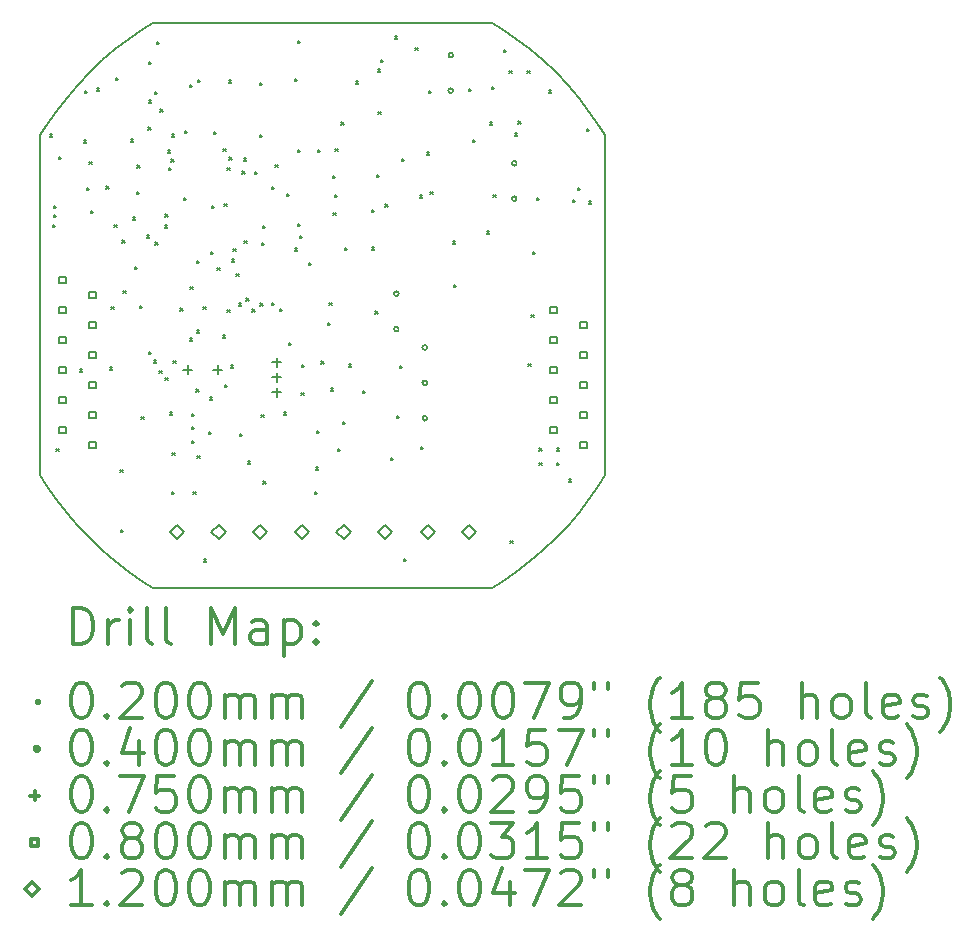
<source format=gbr>
%FSLAX45Y45*%
G04 Gerber Fmt 4.5, Leading zero omitted, Abs format (unit mm)*
G04 Created by KiCad (PCBNEW 5.1.12) date 2022-08-14 20:08:38*
%MOMM*%
%LPD*%
G01*
G04 APERTURE LIST*
%TA.AperFunction,Profile*%
%ADD10C,0.200000*%
%TD*%
%ADD11C,0.200000*%
%ADD12C,0.300000*%
G04 APERTURE END LIST*
D10*
X4781156Y954150D02*
X4781156Y3829690D01*
X4731046Y3911462D02*
X4648316Y4031840D01*
X953386Y1920D02*
X3828926Y1920D01*
X51266Y872380D02*
X134000Y752000D01*
X4031076Y4649076D02*
X3910696Y4731810D01*
X4731046Y872380D02*
X4781156Y954150D01*
X4781156Y3829690D02*
X4731046Y3911462D01*
X222920Y4147723D02*
X134000Y4031840D01*
X51266Y3911462D02*
X1157Y3829690D01*
X317783Y4258793D02*
X222920Y4147723D01*
X871614Y52030D02*
X953386Y1920D01*
X751236Y4649076D02*
X635353Y4560156D01*
X4258026Y4465293D02*
X4146956Y4560156D01*
X524283Y318550D02*
X635353Y223680D01*
X4648316Y4031840D02*
X4559396Y4147723D01*
X222920Y636120D02*
X317783Y525050D01*
X4031076Y134760D02*
X4146956Y223680D01*
X635353Y4560156D02*
X524283Y4465293D01*
X4146956Y4560156D02*
X4031076Y4649076D01*
X3828926Y1920D02*
X3910696Y52030D01*
X751236Y134760D02*
X871614Y52030D01*
X4559396Y4147723D02*
X4464526Y4258793D01*
X4648316Y752000D02*
X4731046Y872380D01*
X317783Y525050D02*
X418329Y419090D01*
X134000Y4031840D02*
X51266Y3911462D01*
X418329Y4364747D02*
X317783Y4258793D01*
X4464526Y4258793D02*
X4363986Y4364747D01*
X3910696Y52030D02*
X4031076Y134760D01*
X4464526Y525050D02*
X4559396Y636120D01*
X4146956Y223680D02*
X4258026Y318550D01*
X418329Y419090D02*
X524283Y318550D01*
X871614Y4731810D02*
X751236Y4649076D01*
X4363986Y419090D02*
X4464526Y525050D01*
X4258026Y318550D02*
X4363986Y419090D01*
X1157Y954150D02*
X51266Y872380D01*
X4363986Y4364747D02*
X4258026Y4465293D01*
X4559396Y636120D02*
X4648316Y752000D01*
X524283Y4465293D02*
X418329Y4364747D01*
X3910696Y4731810D02*
X3828926Y4781919D01*
X635353Y223680D02*
X751236Y134760D01*
X3828926Y4781919D02*
X953386Y4781919D01*
X1157Y3829690D02*
X1157Y954150D01*
X953386Y4781919D02*
X871614Y4731810D01*
X134000Y752000D02*
X222920Y636120D01*
D11*
X80170Y3839050D02*
X100170Y3819050D01*
X100170Y3839050D02*
X80170Y3819050D01*
X104300Y3070700D02*
X124300Y3050700D01*
X124300Y3070700D02*
X104300Y3050700D01*
X117000Y3235800D02*
X137000Y3215800D01*
X137000Y3235800D02*
X117000Y3215800D01*
X117000Y3159600D02*
X137000Y3139600D01*
X137000Y3159600D02*
X117000Y3139600D01*
X136050Y1174590D02*
X156050Y1154590D01*
X156050Y1174590D02*
X136050Y1154590D01*
X158910Y3649820D02*
X178910Y3629820D01*
X178910Y3649820D02*
X158910Y3629820D01*
X336710Y1850230D02*
X356710Y1830230D01*
X356710Y1850230D02*
X336710Y1830230D01*
X369730Y3788250D02*
X389730Y3768250D01*
X389730Y3788250D02*
X369730Y3768250D01*
X379890Y4207350D02*
X399890Y4187350D01*
X399890Y4207350D02*
X379890Y4187350D01*
X396400Y3388200D02*
X416400Y3368200D01*
X416400Y3388200D02*
X396400Y3368200D01*
X416720Y3604100D02*
X436720Y3584100D01*
X436720Y3604100D02*
X416720Y3584100D01*
X429420Y3192620D02*
X449420Y3172620D01*
X449420Y3192620D02*
X429420Y3172620D01*
X476704Y4229916D02*
X496704Y4209916D01*
X496704Y4229916D02*
X476704Y4209916D01*
X558960Y3399630D02*
X578960Y3379630D01*
X578960Y3399630D02*
X558960Y3379630D01*
X586900Y1866740D02*
X606900Y1846740D01*
X606900Y1866740D02*
X586900Y1846740D01*
X603410Y2378502D02*
X623410Y2358502D01*
X623410Y2378502D02*
X603410Y2358502D01*
X626270Y3073240D02*
X646270Y3053240D01*
X646270Y3073240D02*
X626270Y3053240D01*
X637700Y4315300D02*
X657700Y4295300D01*
X657700Y4315300D02*
X637700Y4295300D01*
X679610Y999330D02*
X699610Y979330D01*
X699610Y999330D02*
X679610Y979330D01*
X682150Y490060D02*
X702150Y470060D01*
X702150Y490060D02*
X682150Y470060D01*
X694850Y2942430D02*
X714850Y2922430D01*
X714850Y2942430D02*
X694850Y2922430D01*
X705010Y2515710D02*
X725010Y2495710D01*
X725010Y2515710D02*
X705010Y2495710D01*
X764700Y3797140D02*
X784700Y3777140D01*
X784700Y3797140D02*
X764700Y3777140D01*
X783750Y3135470D02*
X803750Y3115470D01*
X803750Y3135470D02*
X783750Y3115470D01*
X802800Y2715100D02*
X822800Y2695100D01*
X822800Y2715100D02*
X802800Y2695100D01*
X819310Y3351370D02*
X839310Y3331370D01*
X839310Y3351370D02*
X819310Y3331370D01*
X823120Y3577430D02*
X843120Y3557430D01*
X843120Y3577430D02*
X823120Y3557430D01*
X844710Y2386170D02*
X864710Y2366170D01*
X864710Y2386170D02*
X844710Y2366170D01*
X854870Y1448910D02*
X874870Y1428910D01*
X874870Y1448910D02*
X854870Y1428910D01*
X901860Y2984340D02*
X921860Y2964340D01*
X921860Y2984340D02*
X901860Y2964340D01*
X915830Y3900010D02*
X935830Y3880010D01*
X935830Y3900010D02*
X915830Y3880010D01*
X917100Y4455000D02*
X937100Y4435000D01*
X937100Y4455000D02*
X917100Y4435000D01*
X917100Y4126070D02*
X937100Y4106070D01*
X937100Y4126070D02*
X917100Y4106070D01*
X918370Y1996280D02*
X938370Y1976280D01*
X938370Y1996280D02*
X918370Y1976280D01*
X960280Y1925160D02*
X980280Y1905160D01*
X980280Y1925160D02*
X960280Y1905160D01*
X967900Y4201000D02*
X987900Y4181000D01*
X987900Y4201000D02*
X967900Y4181000D01*
X974250Y2925920D02*
X994250Y2905920D01*
X994250Y2925920D02*
X974250Y2905920D01*
X988220Y4625180D02*
X1008220Y4605180D01*
X1008220Y4625180D02*
X988220Y4605180D01*
X1006839Y1835946D02*
X1026839Y1815946D01*
X1026839Y1835946D02*
X1006839Y1815946D01*
X1017861Y4052135D02*
X1037861Y4032135D01*
X1037861Y4052135D02*
X1017861Y4032135D01*
X1057279Y3069108D02*
X1077279Y3049108D01*
X1077279Y3069108D02*
X1057279Y3049108D01*
X1058070Y3160870D02*
X1078070Y3140870D01*
X1078070Y3160870D02*
X1058070Y3140870D01*
X1059340Y1775300D02*
X1079340Y1755300D01*
X1079340Y1775300D02*
X1059340Y1755300D01*
X1081343Y3703064D02*
X1101343Y3683064D01*
X1101343Y3703064D02*
X1081343Y3683064D01*
X1087280Y3558380D02*
X1107280Y3538380D01*
X1107280Y3558380D02*
X1087280Y3538380D01*
X1097948Y1485560D02*
X1117948Y1465560D01*
X1117948Y1485560D02*
X1097948Y1465560D01*
X1110396Y3627391D02*
X1130396Y3607391D01*
X1130396Y3627391D02*
X1110396Y3607391D01*
X1115220Y810608D02*
X1135220Y790608D01*
X1135220Y810608D02*
X1115220Y790608D01*
X1116490Y3839050D02*
X1136490Y3819050D01*
X1136490Y3839050D02*
X1116490Y3819050D01*
X1117760Y1143348D02*
X1137760Y1123348D01*
X1137760Y1143348D02*
X1117760Y1123348D01*
X1126650Y1922620D02*
X1146650Y1902620D01*
X1146650Y1922620D02*
X1126650Y1902620D01*
X1187610Y2365850D02*
X1207610Y2345850D01*
X1207610Y2365850D02*
X1187610Y2345850D01*
X1217163Y3301409D02*
X1237163Y3281409D01*
X1237163Y3301409D02*
X1217163Y3281409D01*
X1225710Y3870800D02*
X1245710Y3850800D01*
X1245710Y3870800D02*
X1225710Y3850800D01*
X1266350Y2113120D02*
X1286350Y2093120D01*
X1286350Y2113120D02*
X1266350Y2093120D01*
X1267620Y4256880D02*
X1287620Y4236880D01*
X1287620Y4256880D02*
X1267620Y4236880D01*
X1271684Y2546952D02*
X1291684Y2526952D01*
X1291684Y2546952D02*
X1271684Y2526952D01*
X1283876Y1361280D02*
X1303876Y1341280D01*
X1303876Y1361280D02*
X1283876Y1341280D01*
X1283876Y1246980D02*
X1303876Y1226980D01*
X1303876Y1246980D02*
X1283876Y1226980D01*
X1285400Y1470500D02*
X1305400Y1450500D01*
X1305400Y1470500D02*
X1285400Y1450500D01*
X1296576Y814672D02*
X1316576Y794672D01*
X1316576Y814672D02*
X1296576Y794672D01*
X1320960Y1681320D02*
X1340960Y1661320D01*
X1340960Y1681320D02*
X1320960Y1661320D01*
X1324516Y2769456D02*
X1344516Y2749456D01*
X1344516Y2769456D02*
X1324516Y2749456D01*
X1328149Y2179851D02*
X1348149Y2159851D01*
X1348149Y2179851D02*
X1328149Y2159851D01*
X1330033Y1117262D02*
X1350033Y1097262D01*
X1350033Y1117262D02*
X1330033Y1097262D01*
X1336200Y4302600D02*
X1356200Y4282600D01*
X1356200Y4302600D02*
X1336200Y4282600D01*
X1380650Y2378550D02*
X1400650Y2358550D01*
X1400650Y2378550D02*
X1380650Y2358550D01*
X1385730Y239870D02*
X1405730Y219870D01*
X1405730Y239870D02*
X1385730Y219870D01*
X1428148Y1321656D02*
X1448148Y1301656D01*
X1448148Y1321656D02*
X1428148Y1301656D01*
X1436530Y1611470D02*
X1456530Y1591470D01*
X1456530Y1611470D02*
X1436530Y1591470D01*
X1444150Y2842100D02*
X1464150Y2822100D01*
X1464150Y2842100D02*
X1444150Y2822100D01*
X1452387Y3235598D02*
X1472387Y3215598D01*
X1472387Y3235598D02*
X1452387Y3215598D01*
X1469550Y3859370D02*
X1489550Y3839370D01*
X1489550Y3859370D02*
X1469550Y3839370D01*
X1500869Y2709767D02*
X1520869Y2689767D01*
X1520869Y2709767D02*
X1500869Y2689767D01*
X1547020Y2138520D02*
X1567020Y2118520D01*
X1567020Y2138520D02*
X1547020Y2118520D01*
X1550830Y3718400D02*
X1570830Y3698400D01*
X1570830Y3718400D02*
X1550830Y3698400D01*
X1557388Y3253215D02*
X1577388Y3233215D01*
X1577388Y3253215D02*
X1557388Y3233215D01*
X1565244Y1718129D02*
X1585244Y1698129D01*
X1585244Y1718129D02*
X1565244Y1698129D01*
X1582580Y3553300D02*
X1602580Y3533300D01*
X1602580Y3553300D02*
X1582580Y3533300D01*
X1585120Y2351880D02*
X1605120Y2331880D01*
X1605120Y2351880D02*
X1585120Y2331880D01*
X1596550Y4297520D02*
X1616550Y4277520D01*
X1616550Y4297520D02*
X1596550Y4277520D01*
X1600360Y3646010D02*
X1620360Y3626010D01*
X1620360Y3646010D02*
X1600360Y3626010D01*
X1615600Y1883250D02*
X1635600Y1863250D01*
X1635600Y1883250D02*
X1615600Y1863250D01*
X1623220Y2782410D02*
X1643220Y2762410D01*
X1643220Y2782410D02*
X1623220Y2762410D01*
X1635081Y2869861D02*
X1655081Y2849861D01*
X1655081Y2869861D02*
X1635081Y2849861D01*
X1660923Y2657245D02*
X1680923Y2637245D01*
X1680923Y2657245D02*
X1660923Y2637245D01*
X1681855Y2407434D02*
X1701855Y2387434D01*
X1701855Y2407434D02*
X1681855Y2387434D01*
X1689768Y1301336D02*
X1709768Y1281336D01*
X1709768Y1301336D02*
X1689768Y1281336D01*
X1711912Y3526059D02*
X1731912Y3506059D01*
X1731912Y3526059D02*
X1711912Y3506059D01*
X1724820Y3635850D02*
X1744820Y3615850D01*
X1744820Y3635850D02*
X1724820Y3615850D01*
X1727583Y2938805D02*
X1747583Y2918805D01*
X1747583Y2938805D02*
X1727583Y2918805D01*
X1744449Y2450250D02*
X1764449Y2430250D01*
X1764449Y2450250D02*
X1744449Y2430250D01*
X1755300Y1072228D02*
X1775300Y1052228D01*
X1775300Y1072228D02*
X1755300Y1052228D01*
X1795940Y2356960D02*
X1815940Y2336960D01*
X1815940Y2356960D02*
X1795940Y2336960D01*
X1816913Y3520788D02*
X1836913Y3500788D01*
X1836913Y3520788D02*
X1816913Y3500788D01*
X1856900Y4275930D02*
X1876900Y4255930D01*
X1876900Y4275930D02*
X1856900Y4255930D01*
X1856900Y3832700D02*
X1876900Y3812700D01*
X1876900Y3832700D02*
X1856900Y3812700D01*
X1864145Y2409405D02*
X1884145Y2389405D01*
X1884145Y2409405D02*
X1864145Y2389405D01*
X1873410Y1462880D02*
X1893410Y1442880D01*
X1893410Y1462880D02*
X1873410Y1442880D01*
X1877220Y2923380D02*
X1897220Y2903380D01*
X1897220Y2923380D02*
X1877220Y2903380D01*
X1884840Y3064350D02*
X1904840Y3044350D01*
X1904840Y3064350D02*
X1884840Y3044350D01*
X1889920Y901540D02*
X1909920Y881540D01*
X1909920Y901540D02*
X1889920Y881540D01*
X1959770Y2415380D02*
X1979770Y2395380D01*
X1979770Y2415380D02*
X1959770Y2395380D01*
X1960796Y3395977D02*
X1980796Y3375977D01*
X1980796Y3395977D02*
X1960796Y3375977D01*
X1989411Y3579970D02*
X2009411Y3559970D01*
X2009411Y3579970D02*
X1989411Y3559970D01*
X2029828Y2363310D02*
X2049828Y2343310D01*
X2049828Y2363310D02*
X2029828Y2343310D01*
X2062640Y1485740D02*
X2082640Y1465740D01*
X2082640Y1485740D02*
X2062640Y1465740D01*
X2088040Y3333590D02*
X2108040Y3313590D01*
X2108040Y3333590D02*
X2088040Y3313590D01*
X2104168Y2072780D02*
X2124168Y2052780D01*
X2124168Y2072780D02*
X2104168Y2052780D01*
X2156605Y2874422D02*
X2176605Y2854422D01*
X2176605Y2874422D02*
X2156605Y2854422D01*
X2156620Y4311490D02*
X2176620Y4291490D01*
X2176620Y4311490D02*
X2156620Y4291490D01*
X2180750Y4628990D02*
X2200750Y4608990D01*
X2200750Y4628990D02*
X2180750Y4608990D01*
X2180750Y3705700D02*
X2200750Y3685700D01*
X2200750Y3705700D02*
X2180750Y3685700D01*
X2183290Y3083400D02*
X2203290Y3063400D01*
X2203290Y3083400D02*
X2183290Y3063400D01*
X2198530Y2981800D02*
X2218530Y2961800D01*
X2218530Y2981800D02*
X2198530Y2961800D01*
X2209960Y1651348D02*
X2229960Y1631348D01*
X2229960Y1651348D02*
X2209960Y1631348D01*
X2217072Y1889600D02*
X2237072Y1869600D01*
X2237072Y1889600D02*
X2217072Y1869600D01*
X2273460Y2753200D02*
X2293460Y2733200D01*
X2293460Y2753200D02*
X2273460Y2733200D01*
X2326800Y811370D02*
X2346800Y791370D01*
X2346800Y811370D02*
X2326800Y791370D01*
X2333912Y1019904D02*
X2353912Y999904D01*
X2353912Y1019904D02*
X2333912Y999904D01*
X2340008Y1327244D02*
X2360008Y1307244D01*
X2360008Y1327244D02*
X2340008Y1307244D01*
X2350930Y3706970D02*
X2370930Y3686970D01*
X2370930Y3706970D02*
X2350930Y3686970D01*
X2380140Y1919064D02*
X2400140Y1899064D01*
X2400140Y1919064D02*
X2380140Y1899064D01*
X2434750Y2243930D02*
X2454750Y2223930D01*
X2454750Y2243930D02*
X2434750Y2223930D01*
X2448212Y2410300D02*
X2468212Y2390300D01*
X2468212Y2410300D02*
X2448212Y2390300D01*
X2458372Y1687416D02*
X2478372Y1667416D01*
X2478372Y1687416D02*
X2458372Y1667416D01*
X2479200Y3489800D02*
X2499200Y3469800D01*
X2499200Y3489800D02*
X2479200Y3469800D01*
X2481951Y3172252D02*
X2501951Y3152252D01*
X2501951Y3172252D02*
X2481951Y3152252D01*
X2491900Y3328510D02*
X2511900Y3308510D01*
X2511900Y3328510D02*
X2491900Y3308510D01*
X2498250Y3718400D02*
X2518250Y3698400D01*
X2518250Y3718400D02*
X2498250Y3698400D01*
X2520348Y1176876D02*
X2540348Y1156876D01*
X2540348Y1176876D02*
X2520348Y1156876D01*
X2550320Y3940650D02*
X2570320Y3920650D01*
X2570320Y3940650D02*
X2550320Y3920650D01*
X2560040Y1402690D02*
X2580040Y1382690D01*
X2580040Y1402690D02*
X2560040Y1382690D01*
X2580800Y2880200D02*
X2600800Y2860200D01*
X2600800Y2880200D02*
X2580800Y2860200D01*
X2611788Y1892648D02*
X2631788Y1872648D01*
X2631788Y1892648D02*
X2611788Y1872648D01*
X2669700Y4287360D02*
X2689700Y4267360D01*
X2689700Y4287360D02*
X2669700Y4267360D01*
X2729136Y1669636D02*
X2749136Y1649636D01*
X2749136Y1669636D02*
X2729136Y1649636D01*
X2809400Y2883756D02*
X2829400Y2863756D01*
X2829400Y2883756D02*
X2809400Y2863756D01*
X2809908Y3201764D02*
X2829908Y3181764D01*
X2829908Y3201764D02*
X2809908Y3181764D01*
X2837340Y2340450D02*
X2857340Y2320450D01*
X2857340Y2340450D02*
X2837340Y2320450D01*
X2850959Y3497730D02*
X2870959Y3477730D01*
X2870959Y3497730D02*
X2850959Y3477730D01*
X2860200Y4388960D02*
X2880200Y4368960D01*
X2880200Y4388960D02*
X2860200Y4368960D01*
X2862740Y4029550D02*
X2882740Y4009550D01*
X2882740Y4029550D02*
X2862740Y4009550D01*
X2883060Y4470240D02*
X2903060Y4450240D01*
X2903060Y4470240D02*
X2883060Y4450240D01*
X2921160Y3247992D02*
X2941160Y3227992D01*
X2941160Y3247992D02*
X2921160Y3227992D01*
X2968150Y1098390D02*
X2988150Y1078390D01*
X2988150Y1098390D02*
X2968150Y1078390D01*
X3003710Y4668360D02*
X3023710Y4648360D01*
X3023710Y4668360D02*
X3003710Y4648360D01*
X3017517Y1454655D02*
X3037517Y1434655D01*
X3037517Y1454655D02*
X3017517Y1434655D01*
X3044096Y1876900D02*
X3064096Y1856900D01*
X3064096Y1876900D02*
X3044096Y1856900D01*
X3063400Y3629500D02*
X3083400Y3609500D01*
X3083400Y3629500D02*
X3063400Y3609500D01*
X3076100Y246220D02*
X3096100Y226220D01*
X3096100Y246220D02*
X3076100Y226220D01*
X3176684Y4572856D02*
X3196684Y4552856D01*
X3196684Y4572856D02*
X3176684Y4552856D01*
X3212244Y3321652D02*
X3232244Y3301652D01*
X3232244Y3321652D02*
X3212244Y3301652D01*
X3224690Y1196180D02*
X3244690Y1176180D01*
X3244690Y1196180D02*
X3224690Y1176180D01*
X3274220Y3687920D02*
X3294220Y3667920D01*
X3294220Y3687920D02*
X3274220Y3667920D01*
X3290730Y4208620D02*
X3310730Y4188620D01*
X3310730Y4208620D02*
X3290730Y4188620D01*
X3303430Y3355180D02*
X3323430Y3335180D01*
X3323430Y3355180D02*
X3303430Y3335180D01*
X3494184Y2933032D02*
X3514184Y2913032D01*
X3514184Y2933032D02*
X3494184Y2913032D01*
X3501550Y2566510D02*
X3521550Y2546510D01*
X3521550Y2566510D02*
X3501550Y2546510D01*
X3629820Y4225130D02*
X3649820Y4205130D01*
X3649820Y4225130D02*
X3629820Y4205130D01*
X3662840Y3793330D02*
X3682840Y3773330D01*
X3682840Y3793330D02*
X3662840Y3773330D01*
X3783059Y3018884D02*
X3803059Y2998884D01*
X3803059Y3018884D02*
X3783059Y2998884D01*
X3805334Y3941158D02*
X3825334Y3921158D01*
X3825334Y3941158D02*
X3805334Y3921158D01*
X3821590Y4239100D02*
X3841590Y4219100D01*
X3841590Y4239100D02*
X3821590Y4219100D01*
X3835560Y3324700D02*
X3855560Y3304700D01*
X3855560Y3324700D02*
X3835560Y3304700D01*
X3923190Y4556600D02*
X3943190Y4536600D01*
X3943190Y4556600D02*
X3923190Y4536600D01*
X3971450Y4377530D02*
X3991450Y4357530D01*
X3991450Y4377530D02*
X3971450Y4357530D01*
X3981610Y398620D02*
X4001610Y378620D01*
X4001610Y398620D02*
X3981610Y378620D01*
X4019483Y3848310D02*
X4039483Y3828310D01*
X4039483Y3848310D02*
X4019483Y3828310D01*
X4048920Y3950810D02*
X4068920Y3930810D01*
X4068920Y3950810D02*
X4048920Y3930810D01*
X4125120Y4374990D02*
X4145120Y4354990D01*
X4145120Y4374990D02*
X4125120Y4354990D01*
X4132232Y1894680D02*
X4152232Y1874680D01*
X4152232Y1894680D02*
X4132232Y1874680D01*
X4158648Y2311748D02*
X4178648Y2291748D01*
X4178648Y2311748D02*
X4158648Y2291748D01*
X4169570Y2842100D02*
X4189570Y2822100D01*
X4189570Y2842100D02*
X4169570Y2822100D01*
X4206400Y3299300D02*
X4226400Y3279300D01*
X4226400Y3299300D02*
X4206400Y3279300D01*
X4225196Y1179924D02*
X4245196Y1159924D01*
X4245196Y1179924D02*
X4225196Y1159924D01*
X4226720Y1056480D02*
X4246720Y1036480D01*
X4246720Y1056480D02*
X4226720Y1036480D01*
X4308000Y4211160D02*
X4328000Y4191160D01*
X4328000Y4211160D02*
X4308000Y4191160D01*
X4372770Y1056480D02*
X4392770Y1036480D01*
X4392770Y1056480D02*
X4372770Y1036480D01*
X4374040Y1182210D02*
X4394040Y1162210D01*
X4394040Y1182210D02*
X4374040Y1162210D01*
X4476910Y919320D02*
X4496910Y899320D01*
X4496910Y919320D02*
X4476910Y899320D01*
X4511200Y3286600D02*
X4531200Y3266600D01*
X4531200Y3286600D02*
X4511200Y3266600D01*
X4549300Y3388200D02*
X4569300Y3368200D01*
X4569300Y3388200D02*
X4549300Y3368200D01*
X4626770Y3887310D02*
X4646770Y3867310D01*
X4646770Y3887310D02*
X4626770Y3867310D01*
X4647090Y3272630D02*
X4667090Y3252630D01*
X4667090Y3272630D02*
X4647090Y3252630D01*
X3034980Y2490610D02*
G75*
G03*
X3034980Y2490610I-20000J0D01*
G01*
X3034980Y2190610D02*
G75*
G03*
X3034980Y2190610I-20000J0D01*
G01*
X3275010Y2034680D02*
G75*
G03*
X3275010Y2034680I-20000J0D01*
G01*
X3275010Y1734680D02*
G75*
G03*
X3275010Y1734680I-20000J0D01*
G01*
X3276280Y1734960D02*
G75*
G03*
X3276280Y1734960I-20000J0D01*
G01*
X3276280Y1434960D02*
G75*
G03*
X3276280Y1434960I-20000J0D01*
G01*
X3496244Y4509148D02*
G75*
G03*
X3496244Y4509148I-20000J0D01*
G01*
X3496244Y4209148D02*
G75*
G03*
X3496244Y4209148I-20000J0D01*
G01*
X4033200Y3594240D02*
G75*
G03*
X4033200Y3594240I-20000J0D01*
G01*
X4033200Y3294240D02*
G75*
G03*
X4033200Y3294240I-20000J0D01*
G01*
X1249680Y1882810D02*
X1249680Y1807810D01*
X1212180Y1845310D02*
X1287180Y1845310D01*
X1503680Y1882810D02*
X1503680Y1807810D01*
X1466180Y1845310D02*
X1541180Y1845310D01*
X2002790Y1947580D02*
X2002790Y1872580D01*
X1965290Y1910080D02*
X2040290Y1910080D01*
X2002790Y1820580D02*
X2002790Y1745580D01*
X1965290Y1783080D02*
X2040290Y1783080D01*
X2002790Y1693580D02*
X2002790Y1618580D01*
X1965290Y1656080D02*
X2040290Y1656080D01*
X214284Y2578716D02*
X214284Y2635285D01*
X157716Y2635285D01*
X157716Y2578716D01*
X214284Y2578716D01*
X214284Y2324716D02*
X214284Y2381285D01*
X157716Y2381285D01*
X157716Y2324716D01*
X214284Y2324716D01*
X214284Y2070715D02*
X214284Y2127285D01*
X157716Y2127285D01*
X157716Y2070715D01*
X214284Y2070715D01*
X214284Y1816715D02*
X214284Y1873284D01*
X157716Y1873284D01*
X157716Y1816715D01*
X214284Y1816715D01*
X214284Y1562715D02*
X214284Y1619284D01*
X157716Y1619284D01*
X157716Y1562715D01*
X214284Y1562715D01*
X214284Y1308716D02*
X214284Y1365285D01*
X157716Y1365285D01*
X157716Y1308716D01*
X214284Y1308716D01*
X468284Y2451716D02*
X468284Y2508285D01*
X411715Y2508285D01*
X411715Y2451716D01*
X468284Y2451716D01*
X468284Y2197716D02*
X468284Y2254285D01*
X411715Y2254285D01*
X411715Y2197716D01*
X468284Y2197716D01*
X468284Y1943715D02*
X468284Y2000284D01*
X411715Y2000284D01*
X411715Y1943715D01*
X468284Y1943715D01*
X468284Y1689715D02*
X468284Y1746284D01*
X411715Y1746284D01*
X411715Y1689715D01*
X468284Y1689715D01*
X468284Y1435715D02*
X468284Y1492284D01*
X411715Y1492284D01*
X411715Y1435715D01*
X468284Y1435715D01*
X468284Y1181716D02*
X468284Y1238285D01*
X411715Y1238285D01*
X411715Y1181716D01*
X468284Y1181716D01*
X4374285Y2324716D02*
X4374285Y2381285D01*
X4317716Y2381285D01*
X4317716Y2324716D01*
X4374285Y2324716D01*
X4374285Y2070715D02*
X4374285Y2127285D01*
X4317716Y2127285D01*
X4317716Y2070715D01*
X4374285Y2070715D01*
X4374285Y1816715D02*
X4374285Y1873284D01*
X4317716Y1873284D01*
X4317716Y1816715D01*
X4374285Y1816715D01*
X4374285Y1562715D02*
X4374285Y1619284D01*
X4317716Y1619284D01*
X4317716Y1562715D01*
X4374285Y1562715D01*
X4374285Y1308716D02*
X4374285Y1365285D01*
X4317716Y1365285D01*
X4317716Y1308716D01*
X4374285Y1308716D01*
X4628285Y2197716D02*
X4628285Y2254285D01*
X4571716Y2254285D01*
X4571716Y2197716D01*
X4628285Y2197716D01*
X4628285Y1943715D02*
X4628285Y2000284D01*
X4571716Y2000284D01*
X4571716Y1943715D01*
X4628285Y1943715D01*
X4628285Y1689715D02*
X4628285Y1746284D01*
X4571716Y1746284D01*
X4571716Y1689715D01*
X4628285Y1689715D01*
X4628285Y1435715D02*
X4628285Y1492284D01*
X4571716Y1492284D01*
X4571716Y1435715D01*
X4628285Y1435715D01*
X4628285Y1181716D02*
X4628285Y1238285D01*
X4571716Y1238285D01*
X4571716Y1181716D01*
X4628285Y1181716D01*
X1160000Y411800D02*
X1220000Y471800D01*
X1160000Y531800D01*
X1100000Y471800D01*
X1160000Y411800D01*
X1510000Y411800D02*
X1570000Y471800D01*
X1510000Y531800D01*
X1450000Y471800D01*
X1510000Y411800D01*
X1860000Y411800D02*
X1920000Y471800D01*
X1860000Y531800D01*
X1800000Y471800D01*
X1860000Y411800D01*
X2218445Y411456D02*
X2278445Y471456D01*
X2218445Y531456D01*
X2158445Y471456D01*
X2218445Y411456D01*
X2568445Y411456D02*
X2628445Y471456D01*
X2568445Y531456D01*
X2508445Y471456D01*
X2568445Y411456D01*
X2918445Y411456D02*
X2978445Y471456D01*
X2918445Y531456D01*
X2858445Y471456D01*
X2918445Y411456D01*
X3280000Y410000D02*
X3340000Y470000D01*
X3280000Y530000D01*
X3220000Y470000D01*
X3280000Y410000D01*
X3630000Y410000D02*
X3690000Y470000D01*
X3630000Y530000D01*
X3570000Y470000D01*
X3630000Y410000D01*
D12*
X277585Y-473794D02*
X277585Y-173794D01*
X349014Y-173794D01*
X391871Y-188080D01*
X420442Y-216651D01*
X434728Y-245223D01*
X449014Y-302366D01*
X449014Y-345223D01*
X434728Y-402366D01*
X420442Y-430937D01*
X391871Y-459509D01*
X349014Y-473794D01*
X277585Y-473794D01*
X577585Y-473794D02*
X577585Y-273794D01*
X577585Y-330937D02*
X591871Y-302366D01*
X606157Y-288080D01*
X634728Y-273794D01*
X663299Y-273794D01*
X763299Y-473794D02*
X763299Y-273794D01*
X763299Y-173794D02*
X749014Y-188080D01*
X763299Y-202366D01*
X777585Y-188080D01*
X763299Y-173794D01*
X763299Y-202366D01*
X949014Y-473794D02*
X920442Y-459509D01*
X906156Y-430937D01*
X906156Y-173794D01*
X1106157Y-473794D02*
X1077585Y-459509D01*
X1063299Y-430937D01*
X1063299Y-173794D01*
X1449014Y-473794D02*
X1449014Y-173794D01*
X1549014Y-388080D01*
X1649014Y-173794D01*
X1649014Y-473794D01*
X1920442Y-473794D02*
X1920442Y-316652D01*
X1906156Y-288080D01*
X1877585Y-273794D01*
X1820442Y-273794D01*
X1791871Y-288080D01*
X1920442Y-459509D02*
X1891871Y-473794D01*
X1820442Y-473794D01*
X1791871Y-459509D01*
X1777585Y-430937D01*
X1777585Y-402366D01*
X1791871Y-373794D01*
X1820442Y-359509D01*
X1891871Y-359509D01*
X1920442Y-345223D01*
X2063299Y-273794D02*
X2063299Y-573794D01*
X2063299Y-288080D02*
X2091871Y-273794D01*
X2149014Y-273794D01*
X2177585Y-288080D01*
X2191871Y-302366D01*
X2206157Y-330937D01*
X2206157Y-416651D01*
X2191871Y-445223D01*
X2177585Y-459509D01*
X2149014Y-473794D01*
X2091871Y-473794D01*
X2063299Y-459509D01*
X2334728Y-445223D02*
X2349014Y-459509D01*
X2334728Y-473794D01*
X2320442Y-459509D01*
X2334728Y-445223D01*
X2334728Y-473794D01*
X2334728Y-288080D02*
X2349014Y-302366D01*
X2334728Y-316652D01*
X2320442Y-302366D01*
X2334728Y-288080D01*
X2334728Y-316652D01*
X-28843Y-958080D02*
X-8844Y-978080D01*
X-8844Y-958080D02*
X-28843Y-978080D01*
X334728Y-803794D02*
X363299Y-803794D01*
X391871Y-818080D01*
X406156Y-832366D01*
X420442Y-860937D01*
X434728Y-918080D01*
X434728Y-989509D01*
X420442Y-1046651D01*
X406156Y-1075223D01*
X391871Y-1089509D01*
X363299Y-1103794D01*
X334728Y-1103794D01*
X306157Y-1089509D01*
X291871Y-1075223D01*
X277585Y-1046651D01*
X263299Y-989509D01*
X263299Y-918080D01*
X277585Y-860937D01*
X291871Y-832366D01*
X306157Y-818080D01*
X334728Y-803794D01*
X563299Y-1075223D02*
X577585Y-1089509D01*
X563299Y-1103794D01*
X549014Y-1089509D01*
X563299Y-1075223D01*
X563299Y-1103794D01*
X691871Y-832366D02*
X706156Y-818080D01*
X734728Y-803794D01*
X806156Y-803794D01*
X834728Y-818080D01*
X849014Y-832366D01*
X863299Y-860937D01*
X863299Y-889509D01*
X849014Y-932366D01*
X677585Y-1103794D01*
X863299Y-1103794D01*
X1049014Y-803794D02*
X1077585Y-803794D01*
X1106157Y-818080D01*
X1120442Y-832366D01*
X1134728Y-860937D01*
X1149014Y-918080D01*
X1149014Y-989509D01*
X1134728Y-1046651D01*
X1120442Y-1075223D01*
X1106157Y-1089509D01*
X1077585Y-1103794D01*
X1049014Y-1103794D01*
X1020442Y-1089509D01*
X1006156Y-1075223D01*
X991871Y-1046651D01*
X977585Y-989509D01*
X977585Y-918080D01*
X991871Y-860937D01*
X1006156Y-832366D01*
X1020442Y-818080D01*
X1049014Y-803794D01*
X1334728Y-803794D02*
X1363299Y-803794D01*
X1391871Y-818080D01*
X1406156Y-832366D01*
X1420442Y-860937D01*
X1434728Y-918080D01*
X1434728Y-989509D01*
X1420442Y-1046651D01*
X1406156Y-1075223D01*
X1391871Y-1089509D01*
X1363299Y-1103794D01*
X1334728Y-1103794D01*
X1306157Y-1089509D01*
X1291871Y-1075223D01*
X1277585Y-1046651D01*
X1263299Y-989509D01*
X1263299Y-918080D01*
X1277585Y-860937D01*
X1291871Y-832366D01*
X1306157Y-818080D01*
X1334728Y-803794D01*
X1563299Y-1103794D02*
X1563299Y-903794D01*
X1563299Y-932366D02*
X1577585Y-918080D01*
X1606156Y-903794D01*
X1649014Y-903794D01*
X1677585Y-918080D01*
X1691871Y-946651D01*
X1691871Y-1103794D01*
X1691871Y-946651D02*
X1706156Y-918080D01*
X1734728Y-903794D01*
X1777585Y-903794D01*
X1806156Y-918080D01*
X1820442Y-946651D01*
X1820442Y-1103794D01*
X1963299Y-1103794D02*
X1963299Y-903794D01*
X1963299Y-932366D02*
X1977585Y-918080D01*
X2006156Y-903794D01*
X2049014Y-903794D01*
X2077585Y-918080D01*
X2091871Y-946651D01*
X2091871Y-1103794D01*
X2091871Y-946651D02*
X2106157Y-918080D01*
X2134728Y-903794D01*
X2177585Y-903794D01*
X2206157Y-918080D01*
X2220442Y-946651D01*
X2220442Y-1103794D01*
X2806156Y-789509D02*
X2549014Y-1175223D01*
X3191871Y-803794D02*
X3220442Y-803794D01*
X3249014Y-818080D01*
X3263299Y-832366D01*
X3277585Y-860937D01*
X3291871Y-918080D01*
X3291871Y-989509D01*
X3277585Y-1046651D01*
X3263299Y-1075223D01*
X3249014Y-1089509D01*
X3220442Y-1103794D01*
X3191871Y-1103794D01*
X3163299Y-1089509D01*
X3149014Y-1075223D01*
X3134728Y-1046651D01*
X3120442Y-989509D01*
X3120442Y-918080D01*
X3134728Y-860937D01*
X3149014Y-832366D01*
X3163299Y-818080D01*
X3191871Y-803794D01*
X3420442Y-1075223D02*
X3434728Y-1089509D01*
X3420442Y-1103794D01*
X3406156Y-1089509D01*
X3420442Y-1075223D01*
X3420442Y-1103794D01*
X3620442Y-803794D02*
X3649014Y-803794D01*
X3677585Y-818080D01*
X3691871Y-832366D01*
X3706156Y-860937D01*
X3720442Y-918080D01*
X3720442Y-989509D01*
X3706156Y-1046651D01*
X3691871Y-1075223D01*
X3677585Y-1089509D01*
X3649014Y-1103794D01*
X3620442Y-1103794D01*
X3591871Y-1089509D01*
X3577585Y-1075223D01*
X3563299Y-1046651D01*
X3549014Y-989509D01*
X3549014Y-918080D01*
X3563299Y-860937D01*
X3577585Y-832366D01*
X3591871Y-818080D01*
X3620442Y-803794D01*
X3906156Y-803794D02*
X3934728Y-803794D01*
X3963299Y-818080D01*
X3977585Y-832366D01*
X3991871Y-860937D01*
X4006156Y-918080D01*
X4006156Y-989509D01*
X3991871Y-1046651D01*
X3977585Y-1075223D01*
X3963299Y-1089509D01*
X3934728Y-1103794D01*
X3906156Y-1103794D01*
X3877585Y-1089509D01*
X3863299Y-1075223D01*
X3849014Y-1046651D01*
X3834728Y-989509D01*
X3834728Y-918080D01*
X3849014Y-860937D01*
X3863299Y-832366D01*
X3877585Y-818080D01*
X3906156Y-803794D01*
X4106156Y-803794D02*
X4306157Y-803794D01*
X4177585Y-1103794D01*
X4434728Y-1103794D02*
X4491871Y-1103794D01*
X4520442Y-1089509D01*
X4534728Y-1075223D01*
X4563299Y-1032366D01*
X4577585Y-975223D01*
X4577585Y-860937D01*
X4563299Y-832366D01*
X4549014Y-818080D01*
X4520442Y-803794D01*
X4463299Y-803794D01*
X4434728Y-818080D01*
X4420442Y-832366D01*
X4406157Y-860937D01*
X4406157Y-932366D01*
X4420442Y-960937D01*
X4434728Y-975223D01*
X4463299Y-989509D01*
X4520442Y-989509D01*
X4549014Y-975223D01*
X4563299Y-960937D01*
X4577585Y-932366D01*
X4691871Y-803794D02*
X4691871Y-860937D01*
X4806157Y-803794D02*
X4806157Y-860937D01*
X5249014Y-1218080D02*
X5234728Y-1203794D01*
X5206157Y-1160937D01*
X5191871Y-1132366D01*
X5177585Y-1089509D01*
X5163299Y-1018080D01*
X5163299Y-960937D01*
X5177585Y-889509D01*
X5191871Y-846651D01*
X5206157Y-818080D01*
X5234728Y-775223D01*
X5249014Y-760937D01*
X5520442Y-1103794D02*
X5349014Y-1103794D01*
X5434728Y-1103794D02*
X5434728Y-803794D01*
X5406157Y-846651D01*
X5377585Y-875223D01*
X5349014Y-889509D01*
X5691871Y-932366D02*
X5663299Y-918080D01*
X5649014Y-903794D01*
X5634728Y-875223D01*
X5634728Y-860937D01*
X5649014Y-832366D01*
X5663299Y-818080D01*
X5691871Y-803794D01*
X5749014Y-803794D01*
X5777585Y-818080D01*
X5791871Y-832366D01*
X5806156Y-860937D01*
X5806156Y-875223D01*
X5791871Y-903794D01*
X5777585Y-918080D01*
X5749014Y-932366D01*
X5691871Y-932366D01*
X5663299Y-946651D01*
X5649014Y-960937D01*
X5634728Y-989509D01*
X5634728Y-1046651D01*
X5649014Y-1075223D01*
X5663299Y-1089509D01*
X5691871Y-1103794D01*
X5749014Y-1103794D01*
X5777585Y-1089509D01*
X5791871Y-1075223D01*
X5806156Y-1046651D01*
X5806156Y-989509D01*
X5791871Y-960937D01*
X5777585Y-946651D01*
X5749014Y-932366D01*
X6077585Y-803794D02*
X5934728Y-803794D01*
X5920442Y-946651D01*
X5934728Y-932366D01*
X5963299Y-918080D01*
X6034728Y-918080D01*
X6063299Y-932366D01*
X6077585Y-946651D01*
X6091871Y-975223D01*
X6091871Y-1046651D01*
X6077585Y-1075223D01*
X6063299Y-1089509D01*
X6034728Y-1103794D01*
X5963299Y-1103794D01*
X5934728Y-1089509D01*
X5920442Y-1075223D01*
X6449014Y-1103794D02*
X6449014Y-803794D01*
X6577585Y-1103794D02*
X6577585Y-946651D01*
X6563299Y-918080D01*
X6534728Y-903794D01*
X6491871Y-903794D01*
X6463299Y-918080D01*
X6449014Y-932366D01*
X6763299Y-1103794D02*
X6734728Y-1089509D01*
X6720442Y-1075223D01*
X6706156Y-1046651D01*
X6706156Y-960937D01*
X6720442Y-932366D01*
X6734728Y-918080D01*
X6763299Y-903794D01*
X6806156Y-903794D01*
X6834728Y-918080D01*
X6849014Y-932366D01*
X6863299Y-960937D01*
X6863299Y-1046651D01*
X6849014Y-1075223D01*
X6834728Y-1089509D01*
X6806156Y-1103794D01*
X6763299Y-1103794D01*
X7034728Y-1103794D02*
X7006156Y-1089509D01*
X6991871Y-1060937D01*
X6991871Y-803794D01*
X7263299Y-1089509D02*
X7234728Y-1103794D01*
X7177585Y-1103794D01*
X7149014Y-1089509D01*
X7134728Y-1060937D01*
X7134728Y-946651D01*
X7149014Y-918080D01*
X7177585Y-903794D01*
X7234728Y-903794D01*
X7263299Y-918080D01*
X7277585Y-946651D01*
X7277585Y-975223D01*
X7134728Y-1003794D01*
X7391871Y-1089509D02*
X7420442Y-1103794D01*
X7477585Y-1103794D01*
X7506156Y-1089509D01*
X7520442Y-1060937D01*
X7520442Y-1046651D01*
X7506156Y-1018080D01*
X7477585Y-1003794D01*
X7434728Y-1003794D01*
X7406156Y-989509D01*
X7391871Y-960937D01*
X7391871Y-946651D01*
X7406156Y-918080D01*
X7434728Y-903794D01*
X7477585Y-903794D01*
X7506156Y-918080D01*
X7620442Y-1218080D02*
X7634728Y-1203794D01*
X7663299Y-1160937D01*
X7677585Y-1132366D01*
X7691871Y-1089509D01*
X7706156Y-1018080D01*
X7706156Y-960937D01*
X7691871Y-889509D01*
X7677585Y-846651D01*
X7663299Y-818080D01*
X7634728Y-775223D01*
X7620442Y-760937D01*
X-8844Y-1364080D02*
G75*
G03*
X-8844Y-1364080I-20000J0D01*
G01*
X334728Y-1199794D02*
X363299Y-1199794D01*
X391871Y-1214080D01*
X406156Y-1228366D01*
X420442Y-1256937D01*
X434728Y-1314080D01*
X434728Y-1385509D01*
X420442Y-1442651D01*
X406156Y-1471223D01*
X391871Y-1485509D01*
X363299Y-1499794D01*
X334728Y-1499794D01*
X306157Y-1485509D01*
X291871Y-1471223D01*
X277585Y-1442651D01*
X263299Y-1385509D01*
X263299Y-1314080D01*
X277585Y-1256937D01*
X291871Y-1228366D01*
X306157Y-1214080D01*
X334728Y-1199794D01*
X563299Y-1471223D02*
X577585Y-1485509D01*
X563299Y-1499794D01*
X549014Y-1485509D01*
X563299Y-1471223D01*
X563299Y-1499794D01*
X834728Y-1299794D02*
X834728Y-1499794D01*
X763299Y-1185509D02*
X691871Y-1399794D01*
X877585Y-1399794D01*
X1049014Y-1199794D02*
X1077585Y-1199794D01*
X1106157Y-1214080D01*
X1120442Y-1228366D01*
X1134728Y-1256937D01*
X1149014Y-1314080D01*
X1149014Y-1385509D01*
X1134728Y-1442651D01*
X1120442Y-1471223D01*
X1106157Y-1485509D01*
X1077585Y-1499794D01*
X1049014Y-1499794D01*
X1020442Y-1485509D01*
X1006156Y-1471223D01*
X991871Y-1442651D01*
X977585Y-1385509D01*
X977585Y-1314080D01*
X991871Y-1256937D01*
X1006156Y-1228366D01*
X1020442Y-1214080D01*
X1049014Y-1199794D01*
X1334728Y-1199794D02*
X1363299Y-1199794D01*
X1391871Y-1214080D01*
X1406156Y-1228366D01*
X1420442Y-1256937D01*
X1434728Y-1314080D01*
X1434728Y-1385509D01*
X1420442Y-1442651D01*
X1406156Y-1471223D01*
X1391871Y-1485509D01*
X1363299Y-1499794D01*
X1334728Y-1499794D01*
X1306157Y-1485509D01*
X1291871Y-1471223D01*
X1277585Y-1442651D01*
X1263299Y-1385509D01*
X1263299Y-1314080D01*
X1277585Y-1256937D01*
X1291871Y-1228366D01*
X1306157Y-1214080D01*
X1334728Y-1199794D01*
X1563299Y-1499794D02*
X1563299Y-1299794D01*
X1563299Y-1328366D02*
X1577585Y-1314080D01*
X1606156Y-1299794D01*
X1649014Y-1299794D01*
X1677585Y-1314080D01*
X1691871Y-1342652D01*
X1691871Y-1499794D01*
X1691871Y-1342652D02*
X1706156Y-1314080D01*
X1734728Y-1299794D01*
X1777585Y-1299794D01*
X1806156Y-1314080D01*
X1820442Y-1342652D01*
X1820442Y-1499794D01*
X1963299Y-1499794D02*
X1963299Y-1299794D01*
X1963299Y-1328366D02*
X1977585Y-1314080D01*
X2006156Y-1299794D01*
X2049014Y-1299794D01*
X2077585Y-1314080D01*
X2091871Y-1342652D01*
X2091871Y-1499794D01*
X2091871Y-1342652D02*
X2106157Y-1314080D01*
X2134728Y-1299794D01*
X2177585Y-1299794D01*
X2206157Y-1314080D01*
X2220442Y-1342652D01*
X2220442Y-1499794D01*
X2806156Y-1185509D02*
X2549014Y-1571223D01*
X3191871Y-1199794D02*
X3220442Y-1199794D01*
X3249014Y-1214080D01*
X3263299Y-1228366D01*
X3277585Y-1256937D01*
X3291871Y-1314080D01*
X3291871Y-1385509D01*
X3277585Y-1442651D01*
X3263299Y-1471223D01*
X3249014Y-1485509D01*
X3220442Y-1499794D01*
X3191871Y-1499794D01*
X3163299Y-1485509D01*
X3149014Y-1471223D01*
X3134728Y-1442651D01*
X3120442Y-1385509D01*
X3120442Y-1314080D01*
X3134728Y-1256937D01*
X3149014Y-1228366D01*
X3163299Y-1214080D01*
X3191871Y-1199794D01*
X3420442Y-1471223D02*
X3434728Y-1485509D01*
X3420442Y-1499794D01*
X3406156Y-1485509D01*
X3420442Y-1471223D01*
X3420442Y-1499794D01*
X3620442Y-1199794D02*
X3649014Y-1199794D01*
X3677585Y-1214080D01*
X3691871Y-1228366D01*
X3706156Y-1256937D01*
X3720442Y-1314080D01*
X3720442Y-1385509D01*
X3706156Y-1442651D01*
X3691871Y-1471223D01*
X3677585Y-1485509D01*
X3649014Y-1499794D01*
X3620442Y-1499794D01*
X3591871Y-1485509D01*
X3577585Y-1471223D01*
X3563299Y-1442651D01*
X3549014Y-1385509D01*
X3549014Y-1314080D01*
X3563299Y-1256937D01*
X3577585Y-1228366D01*
X3591871Y-1214080D01*
X3620442Y-1199794D01*
X4006156Y-1499794D02*
X3834728Y-1499794D01*
X3920442Y-1499794D02*
X3920442Y-1199794D01*
X3891871Y-1242652D01*
X3863299Y-1271223D01*
X3834728Y-1285509D01*
X4277585Y-1199794D02*
X4134728Y-1199794D01*
X4120442Y-1342652D01*
X4134728Y-1328366D01*
X4163299Y-1314080D01*
X4234728Y-1314080D01*
X4263299Y-1328366D01*
X4277585Y-1342652D01*
X4291871Y-1371223D01*
X4291871Y-1442651D01*
X4277585Y-1471223D01*
X4263299Y-1485509D01*
X4234728Y-1499794D01*
X4163299Y-1499794D01*
X4134728Y-1485509D01*
X4120442Y-1471223D01*
X4391871Y-1199794D02*
X4591871Y-1199794D01*
X4463299Y-1499794D01*
X4691871Y-1199794D02*
X4691871Y-1256937D01*
X4806157Y-1199794D02*
X4806157Y-1256937D01*
X5249014Y-1614080D02*
X5234728Y-1599794D01*
X5206157Y-1556937D01*
X5191871Y-1528366D01*
X5177585Y-1485509D01*
X5163299Y-1414080D01*
X5163299Y-1356937D01*
X5177585Y-1285509D01*
X5191871Y-1242652D01*
X5206157Y-1214080D01*
X5234728Y-1171223D01*
X5249014Y-1156937D01*
X5520442Y-1499794D02*
X5349014Y-1499794D01*
X5434728Y-1499794D02*
X5434728Y-1199794D01*
X5406157Y-1242652D01*
X5377585Y-1271223D01*
X5349014Y-1285509D01*
X5706156Y-1199794D02*
X5734728Y-1199794D01*
X5763299Y-1214080D01*
X5777585Y-1228366D01*
X5791871Y-1256937D01*
X5806156Y-1314080D01*
X5806156Y-1385509D01*
X5791871Y-1442651D01*
X5777585Y-1471223D01*
X5763299Y-1485509D01*
X5734728Y-1499794D01*
X5706156Y-1499794D01*
X5677585Y-1485509D01*
X5663299Y-1471223D01*
X5649014Y-1442651D01*
X5634728Y-1385509D01*
X5634728Y-1314080D01*
X5649014Y-1256937D01*
X5663299Y-1228366D01*
X5677585Y-1214080D01*
X5706156Y-1199794D01*
X6163299Y-1499794D02*
X6163299Y-1199794D01*
X6291871Y-1499794D02*
X6291871Y-1342652D01*
X6277585Y-1314080D01*
X6249014Y-1299794D01*
X6206156Y-1299794D01*
X6177585Y-1314080D01*
X6163299Y-1328366D01*
X6477585Y-1499794D02*
X6449014Y-1485509D01*
X6434728Y-1471223D01*
X6420442Y-1442651D01*
X6420442Y-1356937D01*
X6434728Y-1328366D01*
X6449014Y-1314080D01*
X6477585Y-1299794D01*
X6520442Y-1299794D01*
X6549014Y-1314080D01*
X6563299Y-1328366D01*
X6577585Y-1356937D01*
X6577585Y-1442651D01*
X6563299Y-1471223D01*
X6549014Y-1485509D01*
X6520442Y-1499794D01*
X6477585Y-1499794D01*
X6749014Y-1499794D02*
X6720442Y-1485509D01*
X6706156Y-1456937D01*
X6706156Y-1199794D01*
X6977585Y-1485509D02*
X6949014Y-1499794D01*
X6891871Y-1499794D01*
X6863299Y-1485509D01*
X6849014Y-1456937D01*
X6849014Y-1342652D01*
X6863299Y-1314080D01*
X6891871Y-1299794D01*
X6949014Y-1299794D01*
X6977585Y-1314080D01*
X6991871Y-1342652D01*
X6991871Y-1371223D01*
X6849014Y-1399794D01*
X7106156Y-1485509D02*
X7134728Y-1499794D01*
X7191871Y-1499794D01*
X7220442Y-1485509D01*
X7234728Y-1456937D01*
X7234728Y-1442651D01*
X7220442Y-1414080D01*
X7191871Y-1399794D01*
X7149014Y-1399794D01*
X7120442Y-1385509D01*
X7106156Y-1356937D01*
X7106156Y-1342652D01*
X7120442Y-1314080D01*
X7149014Y-1299794D01*
X7191871Y-1299794D01*
X7220442Y-1314080D01*
X7334728Y-1614080D02*
X7349014Y-1599794D01*
X7377585Y-1556937D01*
X7391871Y-1528366D01*
X7406156Y-1485509D01*
X7420442Y-1414080D01*
X7420442Y-1356937D01*
X7406156Y-1285509D01*
X7391871Y-1242652D01*
X7377585Y-1214080D01*
X7349014Y-1171223D01*
X7334728Y-1156937D01*
X-46343Y-1722580D02*
X-46343Y-1797580D01*
X-83844Y-1760080D02*
X-8844Y-1760080D01*
X334728Y-1595794D02*
X363299Y-1595794D01*
X391871Y-1610080D01*
X406156Y-1624366D01*
X420442Y-1652937D01*
X434728Y-1710080D01*
X434728Y-1781509D01*
X420442Y-1838651D01*
X406156Y-1867223D01*
X391871Y-1881509D01*
X363299Y-1895794D01*
X334728Y-1895794D01*
X306157Y-1881509D01*
X291871Y-1867223D01*
X277585Y-1838651D01*
X263299Y-1781509D01*
X263299Y-1710080D01*
X277585Y-1652937D01*
X291871Y-1624366D01*
X306157Y-1610080D01*
X334728Y-1595794D01*
X563299Y-1867223D02*
X577585Y-1881509D01*
X563299Y-1895794D01*
X549014Y-1881509D01*
X563299Y-1867223D01*
X563299Y-1895794D01*
X677585Y-1595794D02*
X877585Y-1595794D01*
X749014Y-1895794D01*
X1134728Y-1595794D02*
X991871Y-1595794D01*
X977585Y-1738651D01*
X991871Y-1724366D01*
X1020442Y-1710080D01*
X1091871Y-1710080D01*
X1120442Y-1724366D01*
X1134728Y-1738651D01*
X1149014Y-1767223D01*
X1149014Y-1838651D01*
X1134728Y-1867223D01*
X1120442Y-1881509D01*
X1091871Y-1895794D01*
X1020442Y-1895794D01*
X991871Y-1881509D01*
X977585Y-1867223D01*
X1334728Y-1595794D02*
X1363299Y-1595794D01*
X1391871Y-1610080D01*
X1406156Y-1624366D01*
X1420442Y-1652937D01*
X1434728Y-1710080D01*
X1434728Y-1781509D01*
X1420442Y-1838651D01*
X1406156Y-1867223D01*
X1391871Y-1881509D01*
X1363299Y-1895794D01*
X1334728Y-1895794D01*
X1306157Y-1881509D01*
X1291871Y-1867223D01*
X1277585Y-1838651D01*
X1263299Y-1781509D01*
X1263299Y-1710080D01*
X1277585Y-1652937D01*
X1291871Y-1624366D01*
X1306157Y-1610080D01*
X1334728Y-1595794D01*
X1563299Y-1895794D02*
X1563299Y-1695794D01*
X1563299Y-1724366D02*
X1577585Y-1710080D01*
X1606156Y-1695794D01*
X1649014Y-1695794D01*
X1677585Y-1710080D01*
X1691871Y-1738651D01*
X1691871Y-1895794D01*
X1691871Y-1738651D02*
X1706156Y-1710080D01*
X1734728Y-1695794D01*
X1777585Y-1695794D01*
X1806156Y-1710080D01*
X1820442Y-1738651D01*
X1820442Y-1895794D01*
X1963299Y-1895794D02*
X1963299Y-1695794D01*
X1963299Y-1724366D02*
X1977585Y-1710080D01*
X2006156Y-1695794D01*
X2049014Y-1695794D01*
X2077585Y-1710080D01*
X2091871Y-1738651D01*
X2091871Y-1895794D01*
X2091871Y-1738651D02*
X2106157Y-1710080D01*
X2134728Y-1695794D01*
X2177585Y-1695794D01*
X2206157Y-1710080D01*
X2220442Y-1738651D01*
X2220442Y-1895794D01*
X2806156Y-1581509D02*
X2549014Y-1967223D01*
X3191871Y-1595794D02*
X3220442Y-1595794D01*
X3249014Y-1610080D01*
X3263299Y-1624366D01*
X3277585Y-1652937D01*
X3291871Y-1710080D01*
X3291871Y-1781509D01*
X3277585Y-1838651D01*
X3263299Y-1867223D01*
X3249014Y-1881509D01*
X3220442Y-1895794D01*
X3191871Y-1895794D01*
X3163299Y-1881509D01*
X3149014Y-1867223D01*
X3134728Y-1838651D01*
X3120442Y-1781509D01*
X3120442Y-1710080D01*
X3134728Y-1652937D01*
X3149014Y-1624366D01*
X3163299Y-1610080D01*
X3191871Y-1595794D01*
X3420442Y-1867223D02*
X3434728Y-1881509D01*
X3420442Y-1895794D01*
X3406156Y-1881509D01*
X3420442Y-1867223D01*
X3420442Y-1895794D01*
X3620442Y-1595794D02*
X3649014Y-1595794D01*
X3677585Y-1610080D01*
X3691871Y-1624366D01*
X3706156Y-1652937D01*
X3720442Y-1710080D01*
X3720442Y-1781509D01*
X3706156Y-1838651D01*
X3691871Y-1867223D01*
X3677585Y-1881509D01*
X3649014Y-1895794D01*
X3620442Y-1895794D01*
X3591871Y-1881509D01*
X3577585Y-1867223D01*
X3563299Y-1838651D01*
X3549014Y-1781509D01*
X3549014Y-1710080D01*
X3563299Y-1652937D01*
X3577585Y-1624366D01*
X3591871Y-1610080D01*
X3620442Y-1595794D01*
X3834728Y-1624366D02*
X3849014Y-1610080D01*
X3877585Y-1595794D01*
X3949014Y-1595794D01*
X3977585Y-1610080D01*
X3991871Y-1624366D01*
X4006156Y-1652937D01*
X4006156Y-1681509D01*
X3991871Y-1724366D01*
X3820442Y-1895794D01*
X4006156Y-1895794D01*
X4149014Y-1895794D02*
X4206157Y-1895794D01*
X4234728Y-1881509D01*
X4249014Y-1867223D01*
X4277585Y-1824366D01*
X4291871Y-1767223D01*
X4291871Y-1652937D01*
X4277585Y-1624366D01*
X4263299Y-1610080D01*
X4234728Y-1595794D01*
X4177585Y-1595794D01*
X4149014Y-1610080D01*
X4134728Y-1624366D01*
X4120442Y-1652937D01*
X4120442Y-1724366D01*
X4134728Y-1752937D01*
X4149014Y-1767223D01*
X4177585Y-1781509D01*
X4234728Y-1781509D01*
X4263299Y-1767223D01*
X4277585Y-1752937D01*
X4291871Y-1724366D01*
X4563299Y-1595794D02*
X4420442Y-1595794D01*
X4406157Y-1738651D01*
X4420442Y-1724366D01*
X4449014Y-1710080D01*
X4520442Y-1710080D01*
X4549014Y-1724366D01*
X4563299Y-1738651D01*
X4577585Y-1767223D01*
X4577585Y-1838651D01*
X4563299Y-1867223D01*
X4549014Y-1881509D01*
X4520442Y-1895794D01*
X4449014Y-1895794D01*
X4420442Y-1881509D01*
X4406157Y-1867223D01*
X4691871Y-1595794D02*
X4691871Y-1652937D01*
X4806157Y-1595794D02*
X4806157Y-1652937D01*
X5249014Y-2010080D02*
X5234728Y-1995794D01*
X5206157Y-1952937D01*
X5191871Y-1924366D01*
X5177585Y-1881509D01*
X5163299Y-1810080D01*
X5163299Y-1752937D01*
X5177585Y-1681509D01*
X5191871Y-1638651D01*
X5206157Y-1610080D01*
X5234728Y-1567223D01*
X5249014Y-1552937D01*
X5506157Y-1595794D02*
X5363299Y-1595794D01*
X5349014Y-1738651D01*
X5363299Y-1724366D01*
X5391871Y-1710080D01*
X5463299Y-1710080D01*
X5491871Y-1724366D01*
X5506157Y-1738651D01*
X5520442Y-1767223D01*
X5520442Y-1838651D01*
X5506157Y-1867223D01*
X5491871Y-1881509D01*
X5463299Y-1895794D01*
X5391871Y-1895794D01*
X5363299Y-1881509D01*
X5349014Y-1867223D01*
X5877585Y-1895794D02*
X5877585Y-1595794D01*
X6006156Y-1895794D02*
X6006156Y-1738651D01*
X5991871Y-1710080D01*
X5963299Y-1695794D01*
X5920442Y-1695794D01*
X5891871Y-1710080D01*
X5877585Y-1724366D01*
X6191871Y-1895794D02*
X6163299Y-1881509D01*
X6149014Y-1867223D01*
X6134728Y-1838651D01*
X6134728Y-1752937D01*
X6149014Y-1724366D01*
X6163299Y-1710080D01*
X6191871Y-1695794D01*
X6234728Y-1695794D01*
X6263299Y-1710080D01*
X6277585Y-1724366D01*
X6291871Y-1752937D01*
X6291871Y-1838651D01*
X6277585Y-1867223D01*
X6263299Y-1881509D01*
X6234728Y-1895794D01*
X6191871Y-1895794D01*
X6463299Y-1895794D02*
X6434728Y-1881509D01*
X6420442Y-1852937D01*
X6420442Y-1595794D01*
X6691871Y-1881509D02*
X6663299Y-1895794D01*
X6606156Y-1895794D01*
X6577585Y-1881509D01*
X6563299Y-1852937D01*
X6563299Y-1738651D01*
X6577585Y-1710080D01*
X6606156Y-1695794D01*
X6663299Y-1695794D01*
X6691871Y-1710080D01*
X6706156Y-1738651D01*
X6706156Y-1767223D01*
X6563299Y-1795794D01*
X6820442Y-1881509D02*
X6849014Y-1895794D01*
X6906156Y-1895794D01*
X6934728Y-1881509D01*
X6949014Y-1852937D01*
X6949014Y-1838651D01*
X6934728Y-1810080D01*
X6906156Y-1795794D01*
X6863299Y-1795794D01*
X6834728Y-1781509D01*
X6820442Y-1752937D01*
X6820442Y-1738651D01*
X6834728Y-1710080D01*
X6863299Y-1695794D01*
X6906156Y-1695794D01*
X6934728Y-1710080D01*
X7049014Y-2010080D02*
X7063299Y-1995794D01*
X7091871Y-1952937D01*
X7106156Y-1924366D01*
X7120442Y-1881509D01*
X7134728Y-1810080D01*
X7134728Y-1752937D01*
X7120442Y-1681509D01*
X7106156Y-1638651D01*
X7091871Y-1610080D01*
X7063299Y-1567223D01*
X7049014Y-1552937D01*
X-20559Y-2184365D02*
X-20559Y-2127796D01*
X-77128Y-2127796D01*
X-77128Y-2184365D01*
X-20559Y-2184365D01*
X334728Y-1991794D02*
X363299Y-1991794D01*
X391871Y-2006080D01*
X406156Y-2020366D01*
X420442Y-2048937D01*
X434728Y-2106080D01*
X434728Y-2177509D01*
X420442Y-2234652D01*
X406156Y-2263223D01*
X391871Y-2277509D01*
X363299Y-2291794D01*
X334728Y-2291794D01*
X306157Y-2277509D01*
X291871Y-2263223D01*
X277585Y-2234652D01*
X263299Y-2177509D01*
X263299Y-2106080D01*
X277585Y-2048937D01*
X291871Y-2020366D01*
X306157Y-2006080D01*
X334728Y-1991794D01*
X563299Y-2263223D02*
X577585Y-2277509D01*
X563299Y-2291794D01*
X549014Y-2277509D01*
X563299Y-2263223D01*
X563299Y-2291794D01*
X749014Y-2120366D02*
X720442Y-2106080D01*
X706156Y-2091794D01*
X691871Y-2063223D01*
X691871Y-2048937D01*
X706156Y-2020366D01*
X720442Y-2006080D01*
X749014Y-1991794D01*
X806156Y-1991794D01*
X834728Y-2006080D01*
X849014Y-2020366D01*
X863299Y-2048937D01*
X863299Y-2063223D01*
X849014Y-2091794D01*
X834728Y-2106080D01*
X806156Y-2120366D01*
X749014Y-2120366D01*
X720442Y-2134652D01*
X706156Y-2148937D01*
X691871Y-2177509D01*
X691871Y-2234652D01*
X706156Y-2263223D01*
X720442Y-2277509D01*
X749014Y-2291794D01*
X806156Y-2291794D01*
X834728Y-2277509D01*
X849014Y-2263223D01*
X863299Y-2234652D01*
X863299Y-2177509D01*
X849014Y-2148937D01*
X834728Y-2134652D01*
X806156Y-2120366D01*
X1049014Y-1991794D02*
X1077585Y-1991794D01*
X1106157Y-2006080D01*
X1120442Y-2020366D01*
X1134728Y-2048937D01*
X1149014Y-2106080D01*
X1149014Y-2177509D01*
X1134728Y-2234652D01*
X1120442Y-2263223D01*
X1106157Y-2277509D01*
X1077585Y-2291794D01*
X1049014Y-2291794D01*
X1020442Y-2277509D01*
X1006156Y-2263223D01*
X991871Y-2234652D01*
X977585Y-2177509D01*
X977585Y-2106080D01*
X991871Y-2048937D01*
X1006156Y-2020366D01*
X1020442Y-2006080D01*
X1049014Y-1991794D01*
X1334728Y-1991794D02*
X1363299Y-1991794D01*
X1391871Y-2006080D01*
X1406156Y-2020366D01*
X1420442Y-2048937D01*
X1434728Y-2106080D01*
X1434728Y-2177509D01*
X1420442Y-2234652D01*
X1406156Y-2263223D01*
X1391871Y-2277509D01*
X1363299Y-2291794D01*
X1334728Y-2291794D01*
X1306157Y-2277509D01*
X1291871Y-2263223D01*
X1277585Y-2234652D01*
X1263299Y-2177509D01*
X1263299Y-2106080D01*
X1277585Y-2048937D01*
X1291871Y-2020366D01*
X1306157Y-2006080D01*
X1334728Y-1991794D01*
X1563299Y-2291794D02*
X1563299Y-2091794D01*
X1563299Y-2120366D02*
X1577585Y-2106080D01*
X1606156Y-2091794D01*
X1649014Y-2091794D01*
X1677585Y-2106080D01*
X1691871Y-2134652D01*
X1691871Y-2291794D01*
X1691871Y-2134652D02*
X1706156Y-2106080D01*
X1734728Y-2091794D01*
X1777585Y-2091794D01*
X1806156Y-2106080D01*
X1820442Y-2134652D01*
X1820442Y-2291794D01*
X1963299Y-2291794D02*
X1963299Y-2091794D01*
X1963299Y-2120366D02*
X1977585Y-2106080D01*
X2006156Y-2091794D01*
X2049014Y-2091794D01*
X2077585Y-2106080D01*
X2091871Y-2134652D01*
X2091871Y-2291794D01*
X2091871Y-2134652D02*
X2106157Y-2106080D01*
X2134728Y-2091794D01*
X2177585Y-2091794D01*
X2206157Y-2106080D01*
X2220442Y-2134652D01*
X2220442Y-2291794D01*
X2806156Y-1977509D02*
X2549014Y-2363223D01*
X3191871Y-1991794D02*
X3220442Y-1991794D01*
X3249014Y-2006080D01*
X3263299Y-2020366D01*
X3277585Y-2048937D01*
X3291871Y-2106080D01*
X3291871Y-2177509D01*
X3277585Y-2234652D01*
X3263299Y-2263223D01*
X3249014Y-2277509D01*
X3220442Y-2291794D01*
X3191871Y-2291794D01*
X3163299Y-2277509D01*
X3149014Y-2263223D01*
X3134728Y-2234652D01*
X3120442Y-2177509D01*
X3120442Y-2106080D01*
X3134728Y-2048937D01*
X3149014Y-2020366D01*
X3163299Y-2006080D01*
X3191871Y-1991794D01*
X3420442Y-2263223D02*
X3434728Y-2277509D01*
X3420442Y-2291794D01*
X3406156Y-2277509D01*
X3420442Y-2263223D01*
X3420442Y-2291794D01*
X3620442Y-1991794D02*
X3649014Y-1991794D01*
X3677585Y-2006080D01*
X3691871Y-2020366D01*
X3706156Y-2048937D01*
X3720442Y-2106080D01*
X3720442Y-2177509D01*
X3706156Y-2234652D01*
X3691871Y-2263223D01*
X3677585Y-2277509D01*
X3649014Y-2291794D01*
X3620442Y-2291794D01*
X3591871Y-2277509D01*
X3577585Y-2263223D01*
X3563299Y-2234652D01*
X3549014Y-2177509D01*
X3549014Y-2106080D01*
X3563299Y-2048937D01*
X3577585Y-2020366D01*
X3591871Y-2006080D01*
X3620442Y-1991794D01*
X3820442Y-1991794D02*
X4006156Y-1991794D01*
X3906156Y-2106080D01*
X3949014Y-2106080D01*
X3977585Y-2120366D01*
X3991871Y-2134652D01*
X4006156Y-2163223D01*
X4006156Y-2234652D01*
X3991871Y-2263223D01*
X3977585Y-2277509D01*
X3949014Y-2291794D01*
X3863299Y-2291794D01*
X3834728Y-2277509D01*
X3820442Y-2263223D01*
X4291871Y-2291794D02*
X4120442Y-2291794D01*
X4206157Y-2291794D02*
X4206157Y-1991794D01*
X4177585Y-2034651D01*
X4149014Y-2063223D01*
X4120442Y-2077509D01*
X4563299Y-1991794D02*
X4420442Y-1991794D01*
X4406157Y-2134652D01*
X4420442Y-2120366D01*
X4449014Y-2106080D01*
X4520442Y-2106080D01*
X4549014Y-2120366D01*
X4563299Y-2134652D01*
X4577585Y-2163223D01*
X4577585Y-2234652D01*
X4563299Y-2263223D01*
X4549014Y-2277509D01*
X4520442Y-2291794D01*
X4449014Y-2291794D01*
X4420442Y-2277509D01*
X4406157Y-2263223D01*
X4691871Y-1991794D02*
X4691871Y-2048937D01*
X4806157Y-1991794D02*
X4806157Y-2048937D01*
X5249014Y-2406080D02*
X5234728Y-2391794D01*
X5206157Y-2348937D01*
X5191871Y-2320366D01*
X5177585Y-2277509D01*
X5163299Y-2206080D01*
X5163299Y-2148937D01*
X5177585Y-2077509D01*
X5191871Y-2034651D01*
X5206157Y-2006080D01*
X5234728Y-1963223D01*
X5249014Y-1948937D01*
X5349014Y-2020366D02*
X5363299Y-2006080D01*
X5391871Y-1991794D01*
X5463299Y-1991794D01*
X5491871Y-2006080D01*
X5506157Y-2020366D01*
X5520442Y-2048937D01*
X5520442Y-2077509D01*
X5506157Y-2120366D01*
X5334728Y-2291794D01*
X5520442Y-2291794D01*
X5634728Y-2020366D02*
X5649014Y-2006080D01*
X5677585Y-1991794D01*
X5749014Y-1991794D01*
X5777585Y-2006080D01*
X5791871Y-2020366D01*
X5806156Y-2048937D01*
X5806156Y-2077509D01*
X5791871Y-2120366D01*
X5620442Y-2291794D01*
X5806156Y-2291794D01*
X6163299Y-2291794D02*
X6163299Y-1991794D01*
X6291871Y-2291794D02*
X6291871Y-2134652D01*
X6277585Y-2106080D01*
X6249014Y-2091794D01*
X6206156Y-2091794D01*
X6177585Y-2106080D01*
X6163299Y-2120366D01*
X6477585Y-2291794D02*
X6449014Y-2277509D01*
X6434728Y-2263223D01*
X6420442Y-2234652D01*
X6420442Y-2148937D01*
X6434728Y-2120366D01*
X6449014Y-2106080D01*
X6477585Y-2091794D01*
X6520442Y-2091794D01*
X6549014Y-2106080D01*
X6563299Y-2120366D01*
X6577585Y-2148937D01*
X6577585Y-2234652D01*
X6563299Y-2263223D01*
X6549014Y-2277509D01*
X6520442Y-2291794D01*
X6477585Y-2291794D01*
X6749014Y-2291794D02*
X6720442Y-2277509D01*
X6706156Y-2248937D01*
X6706156Y-1991794D01*
X6977585Y-2277509D02*
X6949014Y-2291794D01*
X6891871Y-2291794D01*
X6863299Y-2277509D01*
X6849014Y-2248937D01*
X6849014Y-2134652D01*
X6863299Y-2106080D01*
X6891871Y-2091794D01*
X6949014Y-2091794D01*
X6977585Y-2106080D01*
X6991871Y-2134652D01*
X6991871Y-2163223D01*
X6849014Y-2191794D01*
X7106156Y-2277509D02*
X7134728Y-2291794D01*
X7191871Y-2291794D01*
X7220442Y-2277509D01*
X7234728Y-2248937D01*
X7234728Y-2234652D01*
X7220442Y-2206080D01*
X7191871Y-2191794D01*
X7149014Y-2191794D01*
X7120442Y-2177509D01*
X7106156Y-2148937D01*
X7106156Y-2134652D01*
X7120442Y-2106080D01*
X7149014Y-2091794D01*
X7191871Y-2091794D01*
X7220442Y-2106080D01*
X7334728Y-2406080D02*
X7349014Y-2391794D01*
X7377585Y-2348937D01*
X7391871Y-2320366D01*
X7406156Y-2277509D01*
X7420442Y-2206080D01*
X7420442Y-2148937D01*
X7406156Y-2077509D01*
X7391871Y-2034651D01*
X7377585Y-2006080D01*
X7349014Y-1963223D01*
X7334728Y-1948937D01*
X-68844Y-2612080D02*
X-8844Y-2552080D01*
X-68844Y-2492080D01*
X-128843Y-2552080D01*
X-68844Y-2612080D01*
X434728Y-2687794D02*
X263299Y-2687794D01*
X349014Y-2687794D02*
X349014Y-2387794D01*
X320442Y-2430652D01*
X291871Y-2459223D01*
X263299Y-2473509D01*
X563299Y-2659223D02*
X577585Y-2673509D01*
X563299Y-2687794D01*
X549014Y-2673509D01*
X563299Y-2659223D01*
X563299Y-2687794D01*
X691871Y-2416366D02*
X706156Y-2402080D01*
X734728Y-2387794D01*
X806156Y-2387794D01*
X834728Y-2402080D01*
X849014Y-2416366D01*
X863299Y-2444937D01*
X863299Y-2473509D01*
X849014Y-2516366D01*
X677585Y-2687794D01*
X863299Y-2687794D01*
X1049014Y-2387794D02*
X1077585Y-2387794D01*
X1106157Y-2402080D01*
X1120442Y-2416366D01*
X1134728Y-2444937D01*
X1149014Y-2502080D01*
X1149014Y-2573509D01*
X1134728Y-2630652D01*
X1120442Y-2659223D01*
X1106157Y-2673509D01*
X1077585Y-2687794D01*
X1049014Y-2687794D01*
X1020442Y-2673509D01*
X1006156Y-2659223D01*
X991871Y-2630652D01*
X977585Y-2573509D01*
X977585Y-2502080D01*
X991871Y-2444937D01*
X1006156Y-2416366D01*
X1020442Y-2402080D01*
X1049014Y-2387794D01*
X1334728Y-2387794D02*
X1363299Y-2387794D01*
X1391871Y-2402080D01*
X1406156Y-2416366D01*
X1420442Y-2444937D01*
X1434728Y-2502080D01*
X1434728Y-2573509D01*
X1420442Y-2630652D01*
X1406156Y-2659223D01*
X1391871Y-2673509D01*
X1363299Y-2687794D01*
X1334728Y-2687794D01*
X1306157Y-2673509D01*
X1291871Y-2659223D01*
X1277585Y-2630652D01*
X1263299Y-2573509D01*
X1263299Y-2502080D01*
X1277585Y-2444937D01*
X1291871Y-2416366D01*
X1306157Y-2402080D01*
X1334728Y-2387794D01*
X1563299Y-2687794D02*
X1563299Y-2487794D01*
X1563299Y-2516366D02*
X1577585Y-2502080D01*
X1606156Y-2487794D01*
X1649014Y-2487794D01*
X1677585Y-2502080D01*
X1691871Y-2530652D01*
X1691871Y-2687794D01*
X1691871Y-2530652D02*
X1706156Y-2502080D01*
X1734728Y-2487794D01*
X1777585Y-2487794D01*
X1806156Y-2502080D01*
X1820442Y-2530652D01*
X1820442Y-2687794D01*
X1963299Y-2687794D02*
X1963299Y-2487794D01*
X1963299Y-2516366D02*
X1977585Y-2502080D01*
X2006156Y-2487794D01*
X2049014Y-2487794D01*
X2077585Y-2502080D01*
X2091871Y-2530652D01*
X2091871Y-2687794D01*
X2091871Y-2530652D02*
X2106157Y-2502080D01*
X2134728Y-2487794D01*
X2177585Y-2487794D01*
X2206157Y-2502080D01*
X2220442Y-2530652D01*
X2220442Y-2687794D01*
X2806156Y-2373509D02*
X2549014Y-2759223D01*
X3191871Y-2387794D02*
X3220442Y-2387794D01*
X3249014Y-2402080D01*
X3263299Y-2416366D01*
X3277585Y-2444937D01*
X3291871Y-2502080D01*
X3291871Y-2573509D01*
X3277585Y-2630652D01*
X3263299Y-2659223D01*
X3249014Y-2673509D01*
X3220442Y-2687794D01*
X3191871Y-2687794D01*
X3163299Y-2673509D01*
X3149014Y-2659223D01*
X3134728Y-2630652D01*
X3120442Y-2573509D01*
X3120442Y-2502080D01*
X3134728Y-2444937D01*
X3149014Y-2416366D01*
X3163299Y-2402080D01*
X3191871Y-2387794D01*
X3420442Y-2659223D02*
X3434728Y-2673509D01*
X3420442Y-2687794D01*
X3406156Y-2673509D01*
X3420442Y-2659223D01*
X3420442Y-2687794D01*
X3620442Y-2387794D02*
X3649014Y-2387794D01*
X3677585Y-2402080D01*
X3691871Y-2416366D01*
X3706156Y-2444937D01*
X3720442Y-2502080D01*
X3720442Y-2573509D01*
X3706156Y-2630652D01*
X3691871Y-2659223D01*
X3677585Y-2673509D01*
X3649014Y-2687794D01*
X3620442Y-2687794D01*
X3591871Y-2673509D01*
X3577585Y-2659223D01*
X3563299Y-2630652D01*
X3549014Y-2573509D01*
X3549014Y-2502080D01*
X3563299Y-2444937D01*
X3577585Y-2416366D01*
X3591871Y-2402080D01*
X3620442Y-2387794D01*
X3977585Y-2487794D02*
X3977585Y-2687794D01*
X3906156Y-2373509D02*
X3834728Y-2587794D01*
X4020442Y-2587794D01*
X4106156Y-2387794D02*
X4306157Y-2387794D01*
X4177585Y-2687794D01*
X4406157Y-2416366D02*
X4420442Y-2402080D01*
X4449014Y-2387794D01*
X4520442Y-2387794D01*
X4549014Y-2402080D01*
X4563299Y-2416366D01*
X4577585Y-2444937D01*
X4577585Y-2473509D01*
X4563299Y-2516366D01*
X4391871Y-2687794D01*
X4577585Y-2687794D01*
X4691871Y-2387794D02*
X4691871Y-2444937D01*
X4806157Y-2387794D02*
X4806157Y-2444937D01*
X5249014Y-2802080D02*
X5234728Y-2787794D01*
X5206157Y-2744937D01*
X5191871Y-2716366D01*
X5177585Y-2673509D01*
X5163299Y-2602080D01*
X5163299Y-2544937D01*
X5177585Y-2473509D01*
X5191871Y-2430652D01*
X5206157Y-2402080D01*
X5234728Y-2359223D01*
X5249014Y-2344937D01*
X5406157Y-2516366D02*
X5377585Y-2502080D01*
X5363299Y-2487794D01*
X5349014Y-2459223D01*
X5349014Y-2444937D01*
X5363299Y-2416366D01*
X5377585Y-2402080D01*
X5406157Y-2387794D01*
X5463299Y-2387794D01*
X5491871Y-2402080D01*
X5506157Y-2416366D01*
X5520442Y-2444937D01*
X5520442Y-2459223D01*
X5506157Y-2487794D01*
X5491871Y-2502080D01*
X5463299Y-2516366D01*
X5406157Y-2516366D01*
X5377585Y-2530652D01*
X5363299Y-2544937D01*
X5349014Y-2573509D01*
X5349014Y-2630652D01*
X5363299Y-2659223D01*
X5377585Y-2673509D01*
X5406157Y-2687794D01*
X5463299Y-2687794D01*
X5491871Y-2673509D01*
X5506157Y-2659223D01*
X5520442Y-2630652D01*
X5520442Y-2573509D01*
X5506157Y-2544937D01*
X5491871Y-2530652D01*
X5463299Y-2516366D01*
X5877585Y-2687794D02*
X5877585Y-2387794D01*
X6006156Y-2687794D02*
X6006156Y-2530652D01*
X5991871Y-2502080D01*
X5963299Y-2487794D01*
X5920442Y-2487794D01*
X5891871Y-2502080D01*
X5877585Y-2516366D01*
X6191871Y-2687794D02*
X6163299Y-2673509D01*
X6149014Y-2659223D01*
X6134728Y-2630652D01*
X6134728Y-2544937D01*
X6149014Y-2516366D01*
X6163299Y-2502080D01*
X6191871Y-2487794D01*
X6234728Y-2487794D01*
X6263299Y-2502080D01*
X6277585Y-2516366D01*
X6291871Y-2544937D01*
X6291871Y-2630652D01*
X6277585Y-2659223D01*
X6263299Y-2673509D01*
X6234728Y-2687794D01*
X6191871Y-2687794D01*
X6463299Y-2687794D02*
X6434728Y-2673509D01*
X6420442Y-2644937D01*
X6420442Y-2387794D01*
X6691871Y-2673509D02*
X6663299Y-2687794D01*
X6606156Y-2687794D01*
X6577585Y-2673509D01*
X6563299Y-2644937D01*
X6563299Y-2530652D01*
X6577585Y-2502080D01*
X6606156Y-2487794D01*
X6663299Y-2487794D01*
X6691871Y-2502080D01*
X6706156Y-2530652D01*
X6706156Y-2559223D01*
X6563299Y-2587794D01*
X6820442Y-2673509D02*
X6849014Y-2687794D01*
X6906156Y-2687794D01*
X6934728Y-2673509D01*
X6949014Y-2644937D01*
X6949014Y-2630652D01*
X6934728Y-2602080D01*
X6906156Y-2587794D01*
X6863299Y-2587794D01*
X6834728Y-2573509D01*
X6820442Y-2544937D01*
X6820442Y-2530652D01*
X6834728Y-2502080D01*
X6863299Y-2487794D01*
X6906156Y-2487794D01*
X6934728Y-2502080D01*
X7049014Y-2802080D02*
X7063299Y-2787794D01*
X7091871Y-2744937D01*
X7106156Y-2716366D01*
X7120442Y-2673509D01*
X7134728Y-2602080D01*
X7134728Y-2544937D01*
X7120442Y-2473509D01*
X7106156Y-2430652D01*
X7091871Y-2402080D01*
X7063299Y-2359223D01*
X7049014Y-2344937D01*
M02*

</source>
